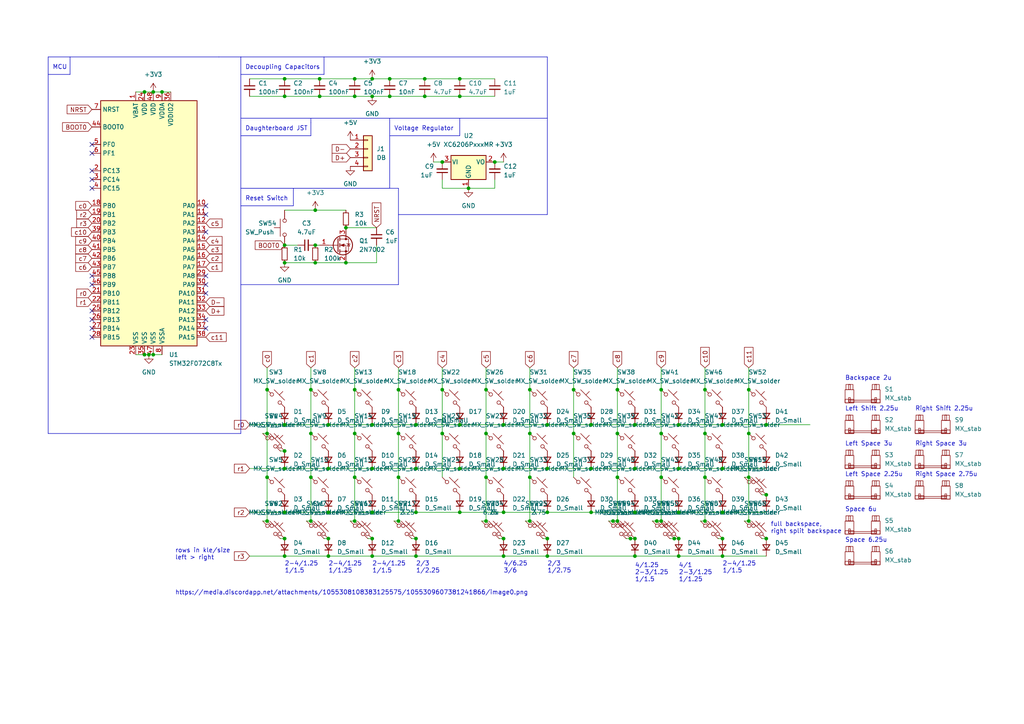
<source format=kicad_sch>
(kicad_sch (version 20221206) (generator eeschema)
  (paper "A4")
  (junction (at 82.55 123.19))
  (junction (at 196.85 161.29))
  (junction (at 82.55 130.81))
  (junction (at 191.77 125.73))
  (junction (at 133.35 148.59))
  (junction (at 43.18 102.87))
  (junction (at 120.65 148.59))
  (junction (at 95.25 156.21))
  (junction (at 92.71 27.94))
  (junction (at 217.17 113.03))
  (junction (at 123.19 27.94))
  (junction (at 82.55 71.12))
  (junction (at 102.87 27.94))
  (junction (at 196.85 156.21))
  (junction (at 82.55 27.94))
  (junction (at 140.97 113.03))
  (junction (at 82.55 148.59))
  (junction (at 204.47 113.03))
  (junction (at 128.27 46.99))
  (junction (at 41.91 26.67))
  (junction (at 102.87 138.43))
  (junction (at 146.05 156.21))
  (junction (at 182.88 156.21))
  (junction (at 179.07 125.73))
  (junction (at 90.17 138.43))
  (junction (at 166.37 113.03))
  (junction (at 184.15 148.59))
  (junction (at 92.71 22.86))
  (junction (at 217.17 151.13))
  (junction (at 146.05 135.89))
  (junction (at 120.65 161.29))
  (junction (at 100.33 66.04))
  (junction (at 115.57 151.13))
  (junction (at 179.07 138.43))
  (junction (at 135.89 54.61))
  (junction (at 140.97 138.43))
  (junction (at 204.47 138.43))
  (junction (at 158.75 135.89))
  (junction (at 209.55 161.29))
  (junction (at 100.33 76.2))
  (junction (at 191.77 113.03))
  (junction (at 44.45 26.67))
  (junction (at 179.07 113.03))
  (junction (at 133.35 123.19))
  (junction (at 91.44 76.2))
  (junction (at 115.57 138.43))
  (junction (at 95.25 161.29))
  (junction (at 153.67 151.13))
  (junction (at 171.45 135.89))
  (junction (at 196.85 123.19))
  (junction (at 191.77 151.13))
  (junction (at 158.75 161.29))
  (junction (at 113.03 27.94))
  (junction (at 191.77 138.43))
  (junction (at 196.85 148.59))
  (junction (at 115.57 125.73))
  (junction (at 222.25 156.21))
  (junction (at 217.17 125.73))
  (junction (at 120.65 123.19))
  (junction (at 133.35 27.94))
  (junction (at 217.17 138.43))
  (junction (at 143.51 46.99))
  (junction (at 133.35 22.86))
  (junction (at 82.55 76.2))
  (junction (at 209.55 156.21))
  (junction (at 158.75 123.19))
  (junction (at 222.25 143.51))
  (junction (at 95.25 123.19))
  (junction (at 107.95 123.19))
  (junction (at 107.95 148.59))
  (junction (at 146.05 161.29))
  (junction (at 177.8 151.13))
  (junction (at 120.65 135.89))
  (junction (at 91.44 71.12))
  (junction (at 95.25 148.59))
  (junction (at 222.25 123.19))
  (junction (at 158.75 148.59))
  (junction (at 102.87 22.86))
  (junction (at 128.27 113.03))
  (junction (at 102.87 125.73))
  (junction (at 41.91 102.87))
  (junction (at 128.27 125.73))
  (junction (at 184.15 161.29))
  (junction (at 153.67 113.03))
  (junction (at 196.85 135.89))
  (junction (at 204.47 151.13))
  (junction (at 179.07 151.13))
  (junction (at 140.97 151.13))
  (junction (at 82.55 161.29))
  (junction (at 133.35 135.89))
  (junction (at 95.25 135.89))
  (junction (at 90.17 113.03))
  (junction (at 184.15 123.19))
  (junction (at 102.87 151.13))
  (junction (at 102.87 113.03))
  (junction (at 158.75 156.21))
  (junction (at 77.47 138.43))
  (junction (at 209.55 135.89))
  (junction (at 204.47 125.73))
  (junction (at 153.67 125.73))
  (junction (at 146.05 148.59))
  (junction (at 184.15 135.89))
  (junction (at 91.44 60.96))
  (junction (at 190.5 151.13))
  (junction (at 153.67 138.43))
  (junction (at 171.45 123.19))
  (junction (at 82.55 22.86))
  (junction (at 209.55 123.19))
  (junction (at 82.55 156.21))
  (junction (at 140.97 125.73))
  (junction (at 46.99 26.67))
  (junction (at 107.95 135.89))
  (junction (at 90.17 125.73))
  (junction (at 90.17 151.13))
  (junction (at 195.58 156.21))
  (junction (at 107.95 27.94))
  (junction (at 171.45 148.59))
  (junction (at 77.47 151.13))
  (junction (at 166.37 125.73))
  (junction (at 82.55 135.89))
  (junction (at 123.19 22.86))
  (junction (at 115.57 113.03))
  (junction (at 44.45 102.87))
  (junction (at 107.95 156.21))
  (junction (at 113.03 22.86))
  (junction (at 184.15 156.21))
  (junction (at 107.95 22.86))
  (junction (at 209.55 148.59))
  (junction (at 146.05 123.19))
  (junction (at 77.47 125.73))
  (junction (at 77.47 113.03))
  (junction (at 107.95 161.29))
  (junction (at 120.65 156.21))
  (no_connect (at 26.67 90.17))
  (no_connect (at 26.67 80.01))
  (no_connect (at 59.69 80.01))
  (no_connect (at 26.67 95.25))
  (no_connect (at 59.69 85.09))
  (no_connect (at 59.69 95.25))
  (no_connect (at 59.69 59.69))
  (no_connect (at 26.67 52.07))
  (no_connect (at 59.69 67.31))
  (no_connect (at 26.67 54.61))
  (no_connect (at 26.67 97.79))
  (no_connect (at 59.69 62.23))
  (no_connect (at 26.67 41.91))
  (no_connect (at 26.67 49.53))
  (no_connect (at 26.67 44.45))
  (no_connect (at 26.67 92.71))
  (no_connect (at 59.69 82.55))
  (no_connect (at 26.67 82.55))
  (no_connect (at 59.69 92.71))
  (wire (pts (xy 100.33 76.2) (xy 109.22 76.2)))
  (wire (pts (xy 208.28 156.21) (xy 209.55 156.21)))
  (polyline (pts (xy 133.35 34.29) (xy 133.35 35.56)))
  (polyline (pts (xy 13.97 125.73) (xy 69.85 125.73)))
  (wire (pts (xy 39.37 102.87) (xy 41.91 102.87)))
  (wire (pts (xy 107.95 135.89) (xy 120.65 135.89)))
  (wire (pts (xy 196.85 135.89) (xy 209.55 135.89)))
  (polyline (pts (xy 90.17 39.37) (xy 90.17 35.56)))
  (wire (pts (xy 194.31 156.21) (xy 195.58 156.21)))
  (polyline (pts (xy 63.5 16.51) (xy 69.85 16.51)))
  (wire (pts (xy 171.45 148.59) (xy 184.15 148.59)))
  (wire (pts (xy 125.73 46.99) (xy 128.27 46.99)))
  (wire (pts (xy 153.67 113.03) (xy 153.67 125.73)))
  (wire (pts (xy 95.25 135.89) (xy 107.95 135.89)))
  (wire (pts (xy 204.47 138.43) (xy 204.47 151.13)))
  (wire (pts (xy 215.9 151.13) (xy 217.17 151.13)))
  (wire (pts (xy 166.37 106.68) (xy 166.37 113.03)))
  (wire (pts (xy 135.89 54.61) (xy 128.27 54.61)))
  (wire (pts (xy 220.98 143.51) (xy 222.25 143.51)))
  (wire (pts (xy 166.37 113.03) (xy 166.37 125.73)))
  (wire (pts (xy 120.65 123.19) (xy 133.35 123.19)))
  (wire (pts (xy 128.27 54.61) (xy 128.27 52.07)))
  (wire (pts (xy 171.45 123.19) (xy 184.15 123.19)))
  (polyline (pts (xy 69.85 21.59) (xy 93.98 21.59)))
  (wire (pts (xy 91.44 71.12) (xy 92.71 71.12)))
  (wire (pts (xy 88.9 151.13) (xy 90.17 151.13)))
  (wire (pts (xy 203.2 151.13) (xy 204.47 151.13)))
  (wire (pts (xy 152.4 151.13) (xy 153.67 151.13)))
  (wire (pts (xy 72.39 22.86) (xy 82.55 22.86)))
  (wire (pts (xy 204.47 106.68) (xy 204.47 113.03)))
  (wire (pts (xy 189.23 151.13) (xy 190.5 151.13)))
  (polyline (pts (xy 158.75 34.29) (xy 69.85 34.29)))
  (wire (pts (xy 113.03 27.94) (xy 123.19 27.94)))
  (wire (pts (xy 146.05 148.59) (xy 158.75 148.59)))
  (wire (pts (xy 90.17 138.43) (xy 90.17 151.13)))
  (wire (pts (xy 90.17 106.68) (xy 90.17 113.03)))
  (wire (pts (xy 158.75 161.29) (xy 184.15 161.29)))
  (polyline (pts (xy 90.17 34.29) (xy 90.17 35.56)))
  (wire (pts (xy 196.85 148.59) (xy 209.55 148.59)))
  (polyline (pts (xy 85.09 59.69) (xy 85.09 54.61)))
  (wire (pts (xy 90.17 113.03) (xy 90.17 125.73)))
  (wire (pts (xy 114.3 151.13) (xy 115.57 151.13)))
  (polyline (pts (xy 93.98 16.51) (xy 93.98 21.59)))
  (wire (pts (xy 179.07 106.68) (xy 179.07 113.03)))
  (polyline (pts (xy 115.57 54.61) (xy 115.57 82.55)))
  (wire (pts (xy 184.15 135.89) (xy 196.85 135.89)))
  (polyline (pts (xy 69.85 39.37) (xy 90.17 39.37)))
  (polyline (pts (xy 13.97 21.59) (xy 20.32 21.59)))
  (wire (pts (xy 77.47 138.43) (xy 77.47 151.13)))
  (wire (pts (xy 92.71 22.86) (xy 102.87 22.86)))
  (wire (pts (xy 107.95 123.19) (xy 120.65 123.19)))
  (polyline (pts (xy 13.97 16.51) (xy 13.97 125.73)))
  (wire (pts (xy 204.47 125.73) (xy 204.47 138.43)))
  (wire (pts (xy 102.87 106.68) (xy 102.87 113.03)))
  (wire (pts (xy 196.85 161.29) (xy 209.55 161.29)))
  (wire (pts (xy 146.05 135.89) (xy 158.75 135.89)))
  (wire (pts (xy 82.55 148.59) (xy 95.25 148.59)))
  (wire (pts (xy 179.07 125.73) (xy 179.07 138.43)))
  (wire (pts (xy 133.35 22.86) (xy 143.51 22.86)))
  (wire (pts (xy 44.45 102.87) (xy 46.99 102.87)))
  (wire (pts (xy 82.55 71.12) (xy 86.36 71.12)))
  (wire (pts (xy 91.44 76.2) (xy 100.33 76.2)))
  (polyline (pts (xy 63.5 16.51) (xy 13.97 16.51)))
  (wire (pts (xy 113.03 22.86) (xy 123.19 22.86)))
  (polyline (pts (xy 20.32 16.51) (xy 20.32 21.59)))
  (wire (pts (xy 120.65 148.59) (xy 133.35 148.59)))
  (wire (pts (xy 128.27 125.73) (xy 128.27 138.43)))
  (wire (pts (xy 140.97 106.68) (xy 140.97 113.03)))
  (wire (pts (xy 171.45 135.89) (xy 184.15 135.89)))
  (wire (pts (xy 72.39 161.29) (xy 82.55 161.29)))
  (wire (pts (xy 123.19 22.86) (xy 133.35 22.86)))
  (wire (pts (xy 102.87 125.73) (xy 102.87 138.43)))
  (wire (pts (xy 102.87 138.43) (xy 102.87 151.13)))
  (polyline (pts (xy 69.85 125.73) (xy 69.85 16.51)))
  (wire (pts (xy 153.67 138.43) (xy 153.67 151.13)))
  (wire (pts (xy 81.28 156.21) (xy 82.55 156.21)))
  (wire (pts (xy 95.25 161.29) (xy 107.95 161.29)))
  (wire (pts (xy 217.17 138.43) (xy 217.17 151.13)))
  (wire (pts (xy 209.55 123.19) (xy 222.25 123.19)))
  (wire (pts (xy 157.48 156.21) (xy 158.75 156.21)))
  (wire (pts (xy 222.25 123.19) (xy 234.95 123.19)))
  (wire (pts (xy 115.57 125.73) (xy 115.57 138.43)))
  (wire (pts (xy 209.55 161.29) (xy 222.25 161.29)))
  (wire (pts (xy 44.45 26.67) (xy 46.99 26.67)))
  (wire (pts (xy 128.27 113.03) (xy 128.27 125.73)))
  (wire (pts (xy 72.39 135.89) (xy 82.55 135.89)))
  (wire (pts (xy 102.87 113.03) (xy 102.87 125.73)))
  (wire (pts (xy 100.33 66.04) (xy 109.22 66.04)))
  (wire (pts (xy 143.51 54.61) (xy 135.89 54.61)))
  (wire (pts (xy 115.57 106.68) (xy 115.57 113.03)))
  (polyline (pts (xy 113.03 54.61) (xy 113.03 35.56)))
  (wire (pts (xy 133.35 148.59) (xy 146.05 148.59)))
  (wire (pts (xy 181.61 156.21) (xy 182.88 156.21)))
  (wire (pts (xy 115.57 113.03) (xy 115.57 125.73)))
  (wire (pts (xy 82.55 135.89) (xy 95.25 135.89)))
  (polyline (pts (xy 158.75 34.29) (xy 158.75 62.23)))
  (polyline (pts (xy 113.03 39.37) (xy 133.35 39.37)))
  (wire (pts (xy 146.05 123.19) (xy 158.75 123.19)))
  (wire (pts (xy 90.17 125.73) (xy 90.17 138.43)))
  (wire (pts (xy 43.18 102.87) (xy 44.45 102.87)))
  (polyline (pts (xy 69.85 54.61) (xy 113.03 54.61)))
  (wire (pts (xy 107.95 148.59) (xy 120.65 148.59)))
  (wire (pts (xy 139.7 151.13) (xy 140.97 151.13)))
  (wire (pts (xy 82.55 161.29) (xy 95.25 161.29)))
  (wire (pts (xy 143.51 52.07) (xy 143.51 54.61)))
  (polyline (pts (xy 113.03 34.29) (xy 113.03 35.56)))
  (wire (pts (xy 215.9 138.43) (xy 217.17 138.43)))
  (wire (pts (xy 182.88 156.21) (xy 184.15 156.21)))
  (wire (pts (xy 196.85 123.19) (xy 209.55 123.19)))
  (wire (pts (xy 158.75 135.89) (xy 171.45 135.89)))
  (wire (pts (xy 92.71 27.94) (xy 102.87 27.94)))
  (wire (pts (xy 107.95 22.86) (xy 113.03 22.86)))
  (polyline (pts (xy 69.85 16.51) (xy 158.75 16.51)))
  (wire (pts (xy 46.99 26.67) (xy 49.53 26.67)))
  (wire (pts (xy 133.35 27.94) (xy 143.51 27.94)))
  (wire (pts (xy 143.51 46.99) (xy 146.05 46.99)))
  (wire (pts (xy 190.5 151.13) (xy 191.77 151.13)))
  (wire (pts (xy 217.17 125.73) (xy 217.17 138.43)))
  (wire (pts (xy 120.65 135.89) (xy 133.35 135.89)))
  (wire (pts (xy 191.77 113.03) (xy 191.77 125.73)))
  (wire (pts (xy 176.53 151.13) (xy 177.8 151.13)))
  (wire (pts (xy 107.95 27.94) (xy 113.03 27.94)))
  (wire (pts (xy 184.15 123.19) (xy 196.85 123.19)))
  (wire (pts (xy 140.97 113.03) (xy 140.97 125.73)))
  (wire (pts (xy 41.91 26.67) (xy 44.45 26.67)))
  (wire (pts (xy 158.75 148.59) (xy 171.45 148.59)))
  (polyline (pts (xy 69.85 82.55) (xy 115.57 82.55)))
  (wire (pts (xy 120.65 161.29) (xy 146.05 161.29)))
  (wire (pts (xy 81.28 130.81) (xy 82.55 130.81)))
  (polyline (pts (xy 158.75 16.51) (xy 158.75 34.29)))
  (wire (pts (xy 101.6 151.13) (xy 102.87 151.13)))
  (wire (pts (xy 146.05 161.29) (xy 158.75 161.29)))
  (wire (pts (xy 128.27 106.68) (xy 128.27 113.03)))
  (wire (pts (xy 209.55 148.59) (xy 222.25 148.59)))
  (wire (pts (xy 91.44 60.96) (xy 82.55 60.96)))
  (wire (pts (xy 204.47 113.03) (xy 204.47 125.73)))
  (wire (pts (xy 82.55 76.2) (xy 91.44 76.2)))
  (wire (pts (xy 195.58 156.21) (xy 196.85 156.21)))
  (wire (pts (xy 82.55 27.94) (xy 92.71 27.94)))
  (wire (pts (xy 107.95 161.29) (xy 120.65 161.29)))
  (wire (pts (xy 179.07 138.43) (xy 179.07 151.13)))
  (wire (pts (xy 106.68 156.21) (xy 107.95 156.21)))
  (polyline (pts (xy 115.57 54.61) (xy 69.85 54.61)))
  (wire (pts (xy 109.22 76.2) (xy 109.22 71.12)))
  (wire (pts (xy 209.55 135.89) (xy 222.25 135.89)))
  (wire (pts (xy 102.87 22.86) (xy 107.95 22.86)))
  (wire (pts (xy 140.97 125.73) (xy 140.97 138.43)))
  (wire (pts (xy 72.39 27.94) (xy 82.55 27.94)))
  (wire (pts (xy 123.19 27.94) (xy 133.35 27.94)))
  (wire (pts (xy 82.55 123.19) (xy 95.25 123.19)))
  (wire (pts (xy 102.87 27.94) (xy 107.95 27.94)))
  (wire (pts (xy 191.77 138.43) (xy 191.77 151.13)))
  (wire (pts (xy 41.91 102.87) (xy 43.18 102.87)))
  (wire (pts (xy 153.67 106.68) (xy 153.67 113.03)))
  (wire (pts (xy 93.98 156.21) (xy 95.25 156.21)))
  (wire (pts (xy 217.17 113.03) (xy 217.17 125.73)))
  (wire (pts (xy 39.37 26.67) (xy 41.91 26.67)))
  (wire (pts (xy 166.37 125.73) (xy 166.37 138.43)))
  (wire (pts (xy 191.77 125.73) (xy 191.77 138.43)))
  (wire (pts (xy 158.75 123.19) (xy 171.45 123.19)))
  (wire (pts (xy 184.15 148.59) (xy 196.85 148.59)))
  (wire (pts (xy 95.25 123.19) (xy 107.95 123.19)))
  (wire (pts (xy 140.97 138.43) (xy 140.97 151.13)))
  (wire (pts (xy 177.8 151.13) (xy 179.07 151.13)))
  (wire (pts (xy 72.39 148.59) (xy 82.55 148.59)))
  (wire (pts (xy 119.38 156.21) (xy 120.65 156.21)))
  (polyline (pts (xy 69.85 59.69) (xy 85.09 59.69)))
  (wire (pts (xy 72.39 123.19) (xy 82.55 123.19)))
  (wire (pts (xy 91.44 60.96) (xy 100.33 60.96)))
  (wire (pts (xy 76.2 151.13) (xy 77.47 151.13)))
  (wire (pts (xy 184.15 161.29) (xy 196.85 161.29)))
  (polyline (pts (xy 158.75 62.23) (xy 115.57 62.23)))
  (wire (pts (xy 133.35 123.19) (xy 146.05 123.19)))
  (wire (pts (xy 191.77 106.68) (xy 191.77 113.03)))
  (wire (pts (xy 82.55 22.86) (xy 92.71 22.86)))
  (wire (pts (xy 217.17 106.68) (xy 217.17 113.03)))
  (wire (pts (xy 95.25 148.59) (xy 107.95 148.59)))
  (wire (pts (xy 115.57 138.43) (xy 115.57 151.13)))
  (wire (pts (xy 77.47 125.73) (xy 77.47 138.43)))
  (wire (pts (xy 77.47 113.03) (xy 77.47 125.73)))
  (wire (pts (xy 133.35 135.89) (xy 146.05 135.89)))
  (wire (pts (xy 144.78 156.21) (xy 146.05 156.21)))
  (polyline (pts (xy 133.35 39.37) (xy 133.35 35.56)))
  (wire (pts (xy 153.67 125.73) (xy 153.67 138.43)))
  (wire (pts (xy 179.07 113.03) (xy 179.07 125.73)))
  (wire (pts (xy 76.2 125.73) (xy 77.47 125.73)))
  (wire (pts (xy 220.98 156.21) (xy 222.25 156.21)))
  (wire (pts (xy 77.47 106.68) (xy 77.47 113.03)))
  (text "Backspace 2u\n" (at 245.11 110.49 0) (effects (font (size 1.27 1.27)) (justify left bottom)))
  (text "https://media.discordapp.net/attachments/1055308108383125575/1055309607381241866/image0.png" (at 50.8 172.72 0) (effects (font (size 1.27 1.27)) (justify left bottom)))
  (text "2-4/1.25\n1/1.5" (at 209.55 166.37 0) (effects (font (size 1.27 1.27)) (justify left bottom)))
  (text "Daughterboard JST\n" (at 71.12 38.1 0) (effects (font (size 1.27 1.27)) (justify left bottom)))
  (text "Left Space 3u" (at 245.11 129.54 0) (effects (font (size 1.27 1.27)) (justify left bottom)))
  (text "2-4/1.25\n1/1.5" (at 107.95 166.37 0) (effects (font (size 1.27 1.27)) (justify left bottom)))
  (text "4/1.25\n2-3/1.25\n1/1.5" (at 184.15 168.91 0) (effects (font (size 1.27 1.27)) (justify left bottom)))
  (text "full backspace, \nright split backspace" (at 223.52 154.94 0) (effects (font (size 1.27 1.27)) (justify left bottom)))
  (text "Voltage Regulator" (at 114.3 38.1 0) (effects (font (size 1.27 1.27)) (justify left bottom)))
  (text "2-4/1.25\n1/1.25" (at 95.25 166.37 0) (effects (font (size 1.27 1.27)) (justify left bottom)))
  (text "Decoupling Capacitors\n" (at 71.12 20.32 0) (effects (font (size 1.27 1.27)) (justify left bottom)))
  (text "Right Shift 2.25u\n" (at 265.43 119.38 0) (effects (font (size 1.27 1.27)) (justify left bottom)))
  (text "2/3\n1/2.75" (at 158.75 166.37 0) (effects (font (size 1.27 1.27)) (justify left bottom)))
  (text "rows in kle/size\nleft > right" (at 50.8 162.56 0) (effects (font (size 1.27 1.27)) (justify left bottom)))
  (text "Right Space 3u\n" (at 265.43 129.54 0) (effects (font (size 1.27 1.27)) (justify left bottom)))
  (text "Space 6.25u" (at 245.11 157.48 0) (effects (font (size 1.27 1.27)) (justify left bottom)))
  (text "2/3\n1/2.25" (at 120.65 166.37 0) (effects (font (size 1.27 1.27)) (justify left bottom)))
  (text "Reset Switch" (at 71.12 58.42 0) (effects (font (size 1.27 1.27)) (justify left bottom)))
  (text "4/1\n2-3/1.25\n1/1.25" (at 196.85 168.91 0) (effects (font (size 1.27 1.27)) (justify left bottom)))
  (text "Space 6u" (at 245.11 148.59 0) (effects (font (size 1.27 1.27)) (justify left bottom)))
  (text "Left Shift 2.25u\n" (at 245.11 119.38 0) (effects (font (size 1.27 1.27)) (justify left bottom)))
  (text "4/6.25\n3/6\n" (at 146.05 166.37 0) (effects (font (size 1.27 1.27)) (justify left bottom)))
  (text "2-4/1.25\n1/1.5" (at 82.55 166.37 0) (effects (font (size 1.27 1.27)) (justify left bottom)))
  (text "Right Space 2.75u\n" (at 265.43 138.43 0) (effects (font (size 1.27 1.27)) (justify left bottom)))
  (text "MCU" (at 15.24 20.32 0) (effects (font (size 1.27 1.27)) (justify left bottom)))
  (text "Left Space 2.25u\n" (at 245.11 138.43 0) (effects (font (size 1.27 1.27)) (justify left bottom)))
  (global_label "r0" (shape input) (at 26.67 85.09 180) (property "Intersheetrefs" "${INTERSHEET_REFS}" (effects hide)))
  (global_label "c7" (shape input) (at 166.37 106.68 90) (property "Intersheetrefs" "${INTERSHEET_REFS}" (effects hide)))
  (global_label "r1" (shape input) (at 26.67 87.63 180) (property "Intersheetrefs" "${INTERSHEET_REFS}" (effects hide)))
  (global_label "c4" (shape input) (at 59.69 69.85 0) (property "Intersheetrefs" "${INTERSHEET_REFS}" (effects hide)))
  (global_label "r1" (shape input) (at 72.39 135.89 180) (property "Intersheetrefs" "${INTERSHEET_REFS}" (effects hide)))
  (global_label "c1" (shape input) (at 90.17 106.68 90) (property "Intersheetrefs" "${INTERSHEET_REFS}" (effects hide)))
  (global_label "BOOT0" (shape input) (at 26.67 36.83 180) (property "Intersheetrefs" "${INTERSHEET_REFS}" (effects hide)))
  (global_label "c6" (shape input) (at 26.67 77.47 180) (property "Intersheetrefs" "${INTERSHEET_REFS}" (effects hide)))
  (global_label "NRST" (shape input) (at 109.22 66.04 90) (property "Intersheetrefs" "${INTERSHEET_REFS}" (effects hide)))
  (global_label "c8" (shape input) (at 26.67 72.39 180) (property "Intersheetrefs" "${INTERSHEET_REFS}" (effects hide)))
  (global_label "c0" (shape input) (at 77.47 106.68 90) (property "Intersheetrefs" "${INTERSHEET_REFS}" (effects hide)))
  (global_label "r2" (shape input) (at 72.39 148.59 180) (property "Intersheetrefs" "${INTERSHEET_REFS}" (effects hide)))
  (global_label "c2" (shape input) (at 59.69 74.93 0) (property "Intersheetrefs" "${INTERSHEET_REFS}" (effects hide)))
  (global_label "D+" (shape input) (at 59.69 90.17 0) (property "Intersheetrefs" "${INTERSHEET_REFS}" (effects hide)))
  (global_label "c3" (shape input) (at 115.57 106.68 90) (property "Intersheetrefs" "${INTERSHEET_REFS}" (effects hide)))
  (global_label "r3" (shape input) (at 26.67 64.77 180) (property "Intersheetrefs" "${INTERSHEET_REFS}" (effects hide)))
  (global_label "c10" (shape input) (at 204.47 106.68 90) (property "Intersheetrefs" "${INTERSHEET_REFS}" (effects hide)))
  (global_label "c0" (shape input) (at 26.67 59.69 180) (property "Intersheetrefs" "${INTERSHEET_REFS}" (effects hide)))
  (global_label "c9" (shape input) (at 26.67 69.85 180) (property "Intersheetrefs" "${INTERSHEET_REFS}" (effects hide)))
  (global_label "c2" (shape input) (at 102.87 106.68 90) (property "Intersheetrefs" "${INTERSHEET_REFS}" (effects hide)))
  (global_label "r3" (shape input) (at 72.39 161.29 180) (property "Intersheetrefs" "${INTERSHEET_REFS}" (effects hide)))
  (global_label "c11" (shape input) (at 217.17 106.68 90) (property "Intersheetrefs" "${INTERSHEET_REFS}" (effects hide)))
  (global_label "D+" (shape input) (at 101.6 45.72 180) (property "Intersheetrefs" "${INTERSHEET_REFS}" (effects hide)))
  (global_label "D-" (shape input) (at 59.69 87.63 0) (property "Intersheetrefs" "${INTERSHEET_REFS}" (effects hide)))
  (global_label "BOOT0" (shape input) (at 82.55 71.12 180) (property "Intersheetrefs" "${INTERSHEET_REFS}" (effects hide)))
  (global_label "c3" (shape input) (at 59.69 72.39 0) (property "Intersheetrefs" "${INTERSHEET_REFS}" (effects hide)))
  (global_label "c11" (shape input) (at 59.69 97.79 0) (property "Intersheetrefs" "${INTERSHEET_REFS}" (effects hide)))
  (global_label "c7" (shape input) (at 26.67 74.93 180) (property "Intersheetrefs" "${INTERSHEET_REFS}" (effects hide)))
  (global_label "c4" (shape input) (at 128.27 106.68 90) (property "Intersheetrefs" "${INTERSHEET_REFS}" (effects hide)))
  (global_label "c9" (shape input) (at 191.77 106.68 90) (property "Intersheetrefs" "${INTERSHEET_REFS}" (effects hide)))
  (global_label "c5" (shape input) (at 140.97 106.68 90) (property "Intersheetrefs" "${INTERSHEET_REFS}" (effects hide)))
  (global_label "r2" (shape input) (at 26.67 62.23 180) (property "Intersheetrefs" "${INTERSHEET_REFS}" (effects hide)))
  (global_label "c8" (shape input) (at 179.07 106.68 90) (property "Intersheetrefs" "${INTERSHEET_REFS}" (effects hide)))
  (global_label "c5" (shape input) (at 59.69 64.77 0) (property "Intersheetrefs" "${INTERSHEET_REFS}" (effects hide)))
  (global_label "NRST" (shape input) (at 26.67 31.75 180) (property "Intersheetrefs" "${INTERSHEET_REFS}" (effects hide)))
  (global_label "c10" (shape input) (at 26.67 67.31 180) (property "Intersheetrefs" "${INTERSHEET_REFS}" (effects hide)))
  (global_label "c6" (shape input) (at 153.67 106.68 90) (property "Intersheetrefs" "${INTERSHEET_REFS}" (effects hide)))
  (global_label "c1" (shape input) (at 59.69 77.47 0) (property "Intersheetrefs" "${INTERSHEET_REFS}" (effects hide)))
  (global_label "r0" (shape input) (at 72.39 123.19 180) (property "Intersheetrefs" "${INTERSHEET_REFS}" (effects hide)))
  (global_label "D-" (shape input) (at 101.6 43.18 180) (property "Intersheetrefs" "${INTERSHEET_REFS}" (effects hide)))
  (symbol (lib_id "Device:C_Small") (at 109.22 68.58 0) (unit 1)
    (property "Reference" "C6" (at 111.76 67.3162 0) (effects (justify left)))
    (property "Value" "1uF" (at 111.76 69.8562 0) (effects (justify left)))
    (property "Footprint" "Capacitor_SMD:C_0402_1005Metric" (effects hide))
  )
  (symbol (lib_id "Device:C_Small") (at 102.87 25.4 0) (unit 1)
    (property "Reference" "C5" (at 105.41 24.1362 0) (effects (justify left)))
    (property "Value" "100nF" (at 105.41 26.6762 0) (effects (justify left)))
    (property "Footprint" "Capacitor_SMD:C_0402_1005Metric" (effects hide))
  )
  (symbol (lib_id "marbastlib-mx:MX_SW_solder") (at 92.71 153.67 0) (unit 1)
    (property "Reference" "SW7" (at 92.71 146.05 0))
    (property "Value" "MX_SW_solder" (at 92.71 148.59 0))
    (property "Footprint" "marbastlib-mx:SW_MX_1.25u" (effects hide))
  )
  (symbol (lib_id "Device:D_Small") (at 158.75 146.05 90) (unit 1)
    (property "Reference" "D26" (at 161.29 144.7799 90) (effects (justify right)))
    (property "Value" "D_Small" (at 161.29 147.3199 90) (effects (justify right)))
    (property "Footprint" "Diode_SMD:D_SOD-123" (effects hide))
  )
  (symbol (lib_id "marbastlib-mx:MX_stab") (at 270.51 133.35 0) (unit 1)
    (property "Reference" "S7" (at 276.86 131.9529 0) (effects (justify left)))
    (property "Value" "MX_stab" (at 276.86 134.4929 0) (effects (justify left)))
    (property "Footprint" "marbastlib-mx:STAB_MX_P_3u" (effects hide))
  )
  (symbol (lib_id "marbastlib-mx:MX_SW_solder") (at 92.71 140.97 0) (unit 1)
    (property "Reference" "SW10" (at 92.71 133.35 0))
    (property "Value" "MX_SW_solder" (at 92.71 135.89 0))
    (property "Footprint" "marbastlib-mx:SW_MX_1u" (effects hide))
  )
  (symbol (lib_id "Device:D_Small") (at 107.95 133.35 90) (unit 1)
    (property "Reference" "D10" (at 110.49 132.0799 90) (effects (justify right)))
    (property "Value" "D_Small" (at 110.49 134.6199 90) (effects (justify right)))
    (property "Footprint" "Diode_SMD:D_SOD-123" (effects hide))
  )
  (symbol (lib_id "marbastlib-mx:MX_SW_solder") (at 80.01 115.57 0) (unit 1)
    (property "Reference" "SW3" (at 80.01 107.95 0))
    (property "Value" "MX_SW_solder" (at 80.01 110.49 0))
    (property "Footprint" "marbastlib-mx:SW_MX_1.5u" (effects hide))
  )
  (symbol (lib_id "marbastlib-mx:MX_SW_solder") (at 218.44 140.97 0) (unit 1)
    (property "Reference" "SW61" (at 218.44 133.35 0))
    (property "Value" "MX_SW_solder" (at 218.44 135.89 0))
    (property "Footprint" "marbastlib-mx:SW_MX_1u" (effects hide))
  )
  (symbol (lib_id "Device:D_Small") (at 171.45 120.65 90) (unit 1)
    (property "Reference" "D28" (at 173.99 119.3799 90) (effects (justify right)))
    (property "Value" "D_Small" (at 173.99 121.9199 90) (effects (justify right)))
    (property "Footprint" "Diode_SMD:D_SOD-123" (effects hide))
  )
  (symbol (lib_id "marbastlib-mx:MX_SW_solder") (at 143.51 115.57 0) (unit 1)
    (property "Reference" "SW26" (at 143.51 107.95 0))
    (property "Value" "MX_SW_solder" (at 143.51 110.49 0))
    (property "Footprint" "marbastlib-mx:SW_MX_1u" (effects hide))
  )
  (symbol (lib_id "power:+3V3") (at 91.44 60.96 0) (unit 1)
    (property "Reference" "#PWR0103" (effects hide))
    (property "Value" "+3V3" (at 91.44 55.88 0))
  )
  (symbol (lib_id "marbastlib-mx:MX_stab") (at 250.19 114.3 0) (unit 1)
    (property "Reference" "S1" (at 256.54 112.9029 0) (effects (justify left)))
    (property "Value" "MX_stab" (at 256.54 115.4429 0) (effects (justify left)))
    (property "Footprint" "marbastlib-mx:STAB_MX_P_2u" (effects hide))
  )
  (symbol (lib_id "Switch:SW_Push") (at 82.55 66.04 90) (unit 1)
    (property "Reference" "SW54" (at 74.93 64.77 90) (effects (justify right)))
    (property "Value" "SW_Push" (at 71.12 67.31 90) (effects (justify right)))
    (property "Footprint" "Button_Switch_SMD:SW_SPST_TL3342" (effects hide))
  )
  (symbol (lib_id "Device:D_Small") (at 146.05 133.35 90) (unit 1)
    (property "Reference" "D21" (at 148.59 132.0799 90) (effects (justify right)))
    (property "Value" "D_Small" (at 148.59 134.6199 90) (effects (justify right)))
    (property "Footprint" "Diode_SMD:D_SOD-123" (effects hide))
  )
  (symbol (lib_id "marbastlib-mx:MX_SW_solder") (at 194.31 128.27 0) (unit 1)
    (property "Reference" "SW42" (at 194.31 120.65 0))
    (property "Value" "MX_SW_solder" (at 194.31 123.19 0))
    (property "Footprint" "marbastlib-mx:SW_MX_1u" (effects hide))
  )
  (symbol (lib_id "marbastlib-mx:MX_SW_solder") (at 218.44 153.67 0) (unit 1)
    (property "Reference" "SW56" (at 218.44 146.05 0))
    (property "Value" "MX_SW_solder" (at 218.44 148.59 0))
    (property "Footprint" "marbastlib-mx:SW_MX_1u" (effects hide))
  )
  (symbol (lib_id "marbastlib-mx:MX_SW_solder") (at 105.41 115.57 0) (unit 1)
    (property "Reference" "SW13" (at 105.41 107.95 0))
    (property "Value" "MX_SW_solder" (at 105.41 110.49 0))
    (property "Footprint" "marbastlib-mx:SW_MX_1u" (effects hide))
  )
  (symbol (lib_id "Device:D_Small") (at 107.95 158.75 90) (unit 1)
    (property "Reference" "D12" (at 110.49 157.4799 90) (effects (justify right)))
    (property "Value" "D_Small" (at 110.49 160.0199 90) (effects (justify right)))
    (property "Footprint" "Diode_SMD:D_SOD-123" (effects hide))
  )
  (symbol (lib_id "marbastlib-mx:MX_SW_solder") (at 181.61 140.97 0) (unit 1)
    (property "Reference" "SW40" (at 181.61 133.35 0))
    (property "Value" "MX_SW_solder" (at 181.61 135.89 0))
    (property "Footprint" "marbastlib-mx:SW_MX_1u" (effects hide))
  )
  (symbol (lib_id "Connector_Generic:Conn_01x04") (at 106.68 43.18 0) (unit 1)
    (property "Reference" "J1" (at 109.22 43.1799 0) (effects (justify left)))
    (property "Value" "DB" (at 109.22 45.7199 0) (effects (justify left)))
    (property "Footprint" "Connector_JST:JST_SH_SM04B-SRSS-TB_1x04-1MP_P1.00mm_Horizontal" (effects hide))
  )
  (symbol (lib_id "marbastlib-mx:MX_SW_solder") (at 80.01 128.27 0) (unit 1)
    (property "Reference" "SW4" (at 80.01 120.65 0))
    (property "Value" "MX_SW_solder" (at 80.01 123.19 0))
    (property "Footprint" "marbastlib-mx:SW_MX_1.75u_stp" (effects hide))
  )
  (symbol (lib_id "Device:D_Small") (at 209.55 133.35 90) (unit 1)
    (property "Reference" "D38" (at 212.09 132.0799 90) (effects (justify right)))
    (property "Value" "D_Small" (at 212.09 134.6199 90) (effects (justify right)))
    (property "Footprint" "Diode_SMD:D_SOD-123" (effects hide))
  )
  (symbol (lib_id "Device:D_Small") (at 133.35 120.65 90) (unit 1)
    (property "Reference" "D17" (at 135.89 119.3799 90) (effects (justify right)))
    (property "Value" "D_Small" (at 135.89 121.9199 90) (effects (justify left)))
    (property "Footprint" "Diode_SMD:D_SOD-123" (effects hide))
  )
  (symbol (lib_id "marbastlib-mx:MX_SW_solder") (at 105.41 128.27 0) (unit 1)
    (property "Reference" "SW14" (at 105.41 120.65 0))
    (property "Value" "MX_SW_solder" (at 105.41 123.19 0))
    (property "Footprint" "marbastlib-mx:SW_MX_1u" (effects hide))
  )
  (symbol (lib_id "Device:D_Small") (at 95.25 133.35 90) (unit 1)
    (property "Reference" "D6" (at 97.79 132.0799 90) (effects (justify right)))
    (property "Value" "D_Small" (at 97.79 134.6199 90) (effects (justify right)))
    (property "Footprint" "Diode_SMD:D_SOD-123" (effects hide))
  )
  (symbol (lib_id "marbastlib-mx:MX_stab") (at 270.51 123.19 0) (unit 1)
    (property "Reference" "S9" (at 276.86 121.7929 0) (effects (justify left)))
    (property "Value" "MX_stab" (at 276.86 124.3329 0) (effects (justify left)))
    (property "Footprint" "marbastlib-mx:STAB_MX_P_2.25u" (effects hide))
  )
  (symbol (lib_id "Device:C_Small") (at 143.51 49.53 180) (unit 1)
    (property "Reference" "C12" (at 146.05 48.2535 0) (effects (justify right)))
    (property "Value" "1uF" (at 146.05 50.7935 0) (effects (justify right)))
    (property "Footprint" "Capacitor_SMD:C_0402_1005Metric" (effects hide))
  )
  (symbol (lib_id "Device:D_Small") (at 120.65 120.65 90) (unit 1)
    (property "Reference" "D13" (at 123.19 119.3799 90) (effects (justify right)))
    (property "Value" "D_Small" (at 123.19 121.9199 90) (effects (justify right)))
    (property "Footprint" "Diode_SMD:D_SOD-123" (effects hide))
  )
  (symbol (lib_id "Device:D_Small") (at 184.15 133.35 90) (unit 1)
    (property "Reference" "D32" (at 186.69 132.0799 90) (effects (justify right)))
    (property "Value" "D_Small" (at 186.69 134.6199 90) (effects (justify right)))
    (property "Footprint" "Diode_SMD:D_SOD-123" (effects hide))
  )
  (symbol (lib_id "power:GND") (at 107.95 27.94 0) (unit 1)
    (property "Reference" "#PWR0106" (effects hide))
    (property "Value" "GND" (at 107.95 33.02 0))
  )
  (symbol (lib_id "Device:D_Small") (at 222.25 120.65 90) (unit 1)
    (property "Reference" "D41" (at 224.79 119.3799 90) (effects (justify right)))
    (property "Value" "D_Small" (at 224.79 121.9199 90) (effects (justify right)))
    (property "Footprint" "Diode_SMD:D_SOD-123" (effects hide))
  )
  (symbol (lib_id "Device:D_Small") (at 82.55 158.75 90) (unit 1)
    (property "Reference" "D4" (at 85.09 157.4799 90) (effects (justify right)))
    (property "Value" "D_Small" (at 85.09 160.0199 90) (effects (justify right)))
    (property "Footprint" "Diode_SMD:D_SOD-123" (effects hide))
  )
  (symbol (lib_id "Device:D_Small") (at 146.05 158.75 90) (unit 1)
    (property "Reference" "D23" (at 148.59 157.4799 90) (effects (justify right)))
    (property "Value" "D_Small" (at 148.59 160.0199 90) (effects (justify right)))
    (property "Footprint" "Diode_SMD:D_SOD-123" (effects hide))
  )
  (symbol (lib_id "marbastlib-mx:MX_SW_solder") (at 78.74 128.27 0) (unit 1)
    (property "Reference" "SW1" (at 78.74 120.65 0))
    (property "Value" "MX_SW_solder" (at 78.74 123.19 0))
    (property "Footprint" "marbastlib-mx:SW_MX_1.75u" (effects hide))
  )
  (symbol (lib_id "Device:D_Small") (at 158.75 120.65 90) (unit 1)
    (property "Reference" "D24" (at 161.29 119.3799 90) (effects (justify right)))
    (property "Value" "D_Small" (at 161.29 121.9199 90) (effects (justify right)))
    (property "Footprint" "Diode_SMD:D_SOD-123" (effects hide))
  )
  (symbol (lib_id "marbastlib-mx:MX_SW_solder") (at 179.07 153.67 0) (unit 1)
    (property "Reference" "SW45" (at 179.07 146.05 0))
    (property "Value" "MX_SW_solder" (at 179.07 148.59 0))
    (property "Footprint" "marbastlib-mx:SW_MX_1.25u" (effects hide))
  )
  (symbol (lib_id "Regulator_Linear:XC6206PxxxMR") (at 135.89 46.99 0) (unit 1)
    (property "Reference" "U2" (at 135.89 39.37 0))
    (property "Value" "XC6206PxxxMR" (at 135.89 41.91 0))
    (property "Footprint" "Package_TO_SOT_SMD:SOT-23" (effects hide))
    (property "Datasheet" "https://www.torexsemi.com/file/xc6206/XC6206.pdf" (effects hide))
  )
  (symbol (lib_id "Device:R_Small") (at 91.44 73.66 0) (unit 1)
    (property "Reference" "R2" (at 93.98 72.3899 0) (effects (justify left)))
    (property "Value" "100k" (at 93.98 74.9299 0) (effects (justify left)))
    (property "Footprint" "Resistor_SMD:R_0402_1005Metric" (effects hide))
  )
  (symbol (lib_id "Device:D_Small") (at 120.65 133.35 90) (unit 1)
    (property "Reference" "D14" (at 123.19 132.0799 90) (effects (justify right)))
    (property "Value" "D_Small" (at 123.19 134.6199 90) (effects (justify right)))
    (property "Footprint" "Diode_SMD:D_SOD-123" (effects hide))
  )
  (symbol (lib_id "Device:D_Small") (at 95.25 146.05 90) (unit 1)
    (property "Reference" "D7" (at 97.79 144.7799 90) (effects (justify right)))
    (property "Value" "D_Small" (at 97.79 147.3199 90) (effects (justify right)))
    (property "Footprint" "Diode_SMD:D_SOD-123" (effects hide))
  )
  (symbol (lib_id "marbastlib-mx:MX_stab") (at 250.19 161.29 0) (unit 1)
    (property "Reference" "S6" (at 256.54 159.8929 0) (effects (justify left)))
    (property "Value" "MX_stab" (at 256.54 162.4329 0) (effects (justify left)))
    (property "Footprint" "marbastlib-mx:STAB_MX_6.25u" (effects hide))
  )
  (symbol (lib_id "Device:D_Small") (at 120.65 146.05 90) (unit 1)
    (property "Reference" "D15" (at 123.19 144.7799 90) (effects (justify right)))
    (property "Value" "D_Small" (at 123.19 147.3199 90) (effects (justify right)))
    (property "Footprint" "Diode_SMD:D_SOD-123" (effects hide))
  )
  (symbol (lib_id "Device:C_Small") (at 128.27 49.53 180) (unit 1)
    (property "Reference" "C9" (at 123.19 48.26 0) (effects (justify right)))
    (property "Value" "1uF" (at 121.92 50.8 0) (effects (justify right)))
    (property "Footprint" "Capacitor_SMD:C_0402_1005Metric" (effects hide))
  )
  (symbol (lib_id "Device:C_Small") (at 82.55 25.4 0) (unit 1)
    (property "Reference" "C2" (at 85.09 24.1362 0) (effects (justify left)))
    (property "Value" "100nF" (at 85.09 26.6762 0) (effects (justify left)))
    (property "Footprint" "Capacitor_SMD:C_0402_1005Metric" (effects hide))
  )
  (symbol (lib_id "marbastlib-mx:MX_SW_solder") (at 180.34 153.67 0) (unit 1)
    (property "Reference" "SW49" (at 180.34 146.05 0))
    (property "Value" "MX_SW_solder" (at 180.34 148.59 0))
    (property "Footprint" "marbastlib-mx:SW_MX_1.25u" (effects hide))
  )
  (symbol (lib_id "marbastlib-mx:MX_stab") (at 250.19 123.19 0) (unit 1)
    (property "Reference" "S2" (at 256.54 121.7929 0) (effects (justify left)))
    (property "Value" "MX_stab" (at 256.54 124.3329 0) (effects (justify left)))
    (property "Footprint" "marbastlib-mx:STAB_MX_P_2.25u" (effects hide))
  )
  (symbol (lib_id "marbastlib-mx:MX_SW_solder") (at 78.74 153.67 0) (unit 1)
    (property "Reference" "SW6" (at 78.74 146.05 0))
    (property "Value" "MX_SW_solder" (at 78.74 148.59 0))
    (property "Footprint" "marbastlib-mx:SW_MX_1.25u" (effects hide))
  )
  (symbol (lib_id "power:+5V") (at 101.6 40.64 0) (unit 1)
    (property "Reference" "#PWR0102" (effects hide))
    (property "Value" "+5V" (at 101.6 35.56 0))
  )
  (symbol (lib_id "marbastlib-mx:MX_SW_solder") (at 130.81 115.57 0) (unit 1)
    (property "Reference" "SW22" (at 130.81 107.95 0))
    (property "Value" "MX_SW_solder" (at 130.81 110.49 0))
    (property "Footprint" "marbastlib-mx:SW_MX_1u" (effects hide))
  )
  (symbol (lib_id "Device:D_Small") (at 95.25 120.65 90) (unit 1)
    (property "Reference" "D5" (at 97.79 119.3799 90) (effects (justify right)))
    (property "Value" "D_Small" (at 97.79 121.9199 90) (effects (justify right)))
    (property "Footprint" "Diode_SMD:D_SOD-123" (effects hide))
  )
  (symbol (lib_id "marbastlib-mx:MX_SW_solder") (at 219.71 128.27 0) (unit 1)
    (property "Reference" "SW53" (at 219.71 120.65 0))
    (property "Value" "MX_SW_solder" (at 219.71 123.19 0))
    (property "Footprint" "marbastlib-mx:SW_MX_1.75u" (effects hide))
  )
  (symbol (lib_id "power:+3V3") (at 146.05 46.99 0) (unit 1)
    (property "Reference" "#PWR0108" (effects hide))
    (property "Value" "+3V3" (at 146.05 41.91 0))
  )
  (symbol (lib_id "marbastlib-mx:MX_SW_solder") (at 118.11 115.57 0) (unit 1)
    (property "Reference" "SW18" (at 118.11 107.95 0))
    (property "Value" "MX_SW_solder" (at 118.11 110.49 0))
    (property "Footprint" "marbastlib-mx:SW_MX_1u" (effects hide))
  )
  (symbol (lib_id "Device:D_Small") (at 82.55 146.05 90) (unit 1)
    (property "Reference" "D3" (at 85.09 144.7799 90) (effects (justify right)))
    (property "Value" "D_Small" (at 85.09 147.3199 90) (effects (justify right)))
    (property "Footprint" "Diode_SMD:D_SOD-123" (effects hide))
  )
  (symbol (lib_id "marbastlib-mx:MX_SW_solder") (at 105.41 153.67 0) (unit 1)
    (property "Reference" "SW12" (at 105.41 146.05 0))
    (property "Value" "MX_SW_solder" (at 105.41 148.59 0))
    (property "Footprint" "marbastlib-mx:SW_MX_1.5u" (effects hide))
  )
  (symbol (lib_id "marbastlib-mx:MX_SW_solder") (at 80.01 153.67 0) (unit 1)
    (property "Reference" "SW2" (at 80.01 146.05 0))
    (property "Value" "MX_SW_solder" (at 80.01 148.59 0))
    (property "Footprint" "marbastlib-mx:SW_MX_1.5u" (effects hide))
  )
  (symbol (lib_id "Device:D_Small") (at 222.25 146.05 90) (unit 1)
    (property "Reference" "D43" (at 224.79 144.7799 90) (effects (justify right)))
    (property "Value" "D_Small" (at 224.79 147.3199 90) (effects (justify right)))
    (property "Footprint" "Diode_SMD:D_SOD-123" (effects hide))
  )
  (symbol (lib_id "marbastlib-mx:MX_SW_solder") (at 116.84 153.67 0) (unit 1)
    (property "Reference" "SW21" (at 116.84 146.05 0))
    (property "Value" "3" (at 116.84 148.59 0))
    (property "Footprint" "marbastlib-mx:SW_MX_1u" (effects hide))
  )
  (symbol (lib_id "Device:D_Small") (at 171.45 146.05 90) (unit 1)
    (property "Reference" "D30" (at 173.99 144.7799 90) (effects (justify right)))
    (property "Value" "D_Small" (at 173.99 147.3199 90) (effects (justify right)))
    (property "Footprint" "Diode_SMD:D_SOD-123" (effects hide))
  )
  (symbol (lib_id "Device:D_Small") (at 184.15 146.05 90) (unit 1)
    (property "Reference" "D33" (at 186.69 144.7799 90) (effects (justify right)))
    (property "Value" "D_Small" (at 186.69 147.3199 90) (effects (justify right)))
    (property "Footprint" "Diode_SMD:D_SOD-123" (effects hide))
  )
  (symbol (lib_id "marbastlib-mx:MX_SW_solder") (at 143.51 140.97 0) (unit 1)
    (property "Reference" "SW28" (at 143.51 133.35 0))
    (property "Value" "MX_SW_solder" (at 143.51 135.89 0))
    (property "Footprint" "marbastlib-mx:SW_MX_1u" (effects hide))
  )
  (symbol (lib_id "marbastlib-mx:MX_SW_solder") (at 92.71 128.27 0) (unit 1)
    (property "Reference" "SW9" (at 92.71 120.65 0))
    (property "Value" "MX_SW_solder" (at 92.71 123.19 0))
    (property "Footprint" "marbastlib-mx:SW_MX_1u" (effects hide))
  )
  (symbol (lib_id "power:GND") (at 101.6 48.26 0) (unit 1)
    (property "Reference" "#PWR0101" (effects hide))
    (property "Value" "GND" (at 101.6 53.34 0))
  )
  (symbol (lib_id "marbastlib-mx:MX_SW_solder") (at 118.11 140.97 0) (unit 1)
    (property "Reference" "SW20" (at 118.11 133.35 0))
    (property "Value" "MX_SW_solder" (at 118.11 135.89 0))
    (property "Footprint" "marbastlib-mx:SW_MX_1u" (effects hide))
  )
  (symbol (lib_id "Device:R_Small") (at 82.55 73.66 0) (unit 1)
    (property "Reference" "R1" (at 85.09 72.3899 0) (effects (justify left)))
    (property "Value" "10k" (at 85.09 74.9299 0) (effects (justify left)))
    (property "Footprint" "Resistor_SMD:R_0402_1005Metric" (effects hide))
  )
  (symbol (lib_id "Device:C_Small") (at 143.51 25.4 0) (unit 1)
    (property "Reference" "C11" (at 146.05 24.1362 0) (effects (justify left)))
    (property "Value" "1uF" (at 146.05 26.6762 0) (effects (justify left)))
    (property "Footprint" "Capacitor_SMD:C_0402_1005Metric" (effects hide))
  )
  (symbol (lib_id "marbastlib-mx:MX_SW_solder") (at 156.21 115.57 0) (unit 1)
    (property "Reference" "SW31" (at 156.21 107.95 0))
    (property "Value" "MX_SW_solder" (at 156.21 110.49 0))
    (property "Footprint" "marbastlib-mx:SW_MX_1u" (effects hide))
  )
  (symbol (lib_id "Device:D_Small") (at 146.05 120.65 90) (unit 1)
    (property "Reference" "D20" (at 148.59 119.3799 90) (effects (justify right)))
    (property "Value" "D_Small" (at 148.59 121.9199 90) (effects (justify right)))
    (property "Footprint" "Diode_SMD:D_SOD-123" (effects hide))
  )
  (symbol (lib_id "marbastlib-mx:MX_SW_solder") (at 207.01 115.57 0) (unit 1)
    (property "Reference" "SW46" (at 207.01 107.95 0))
    (property "Value" "MX_SW_solder" (at 207.01 110.49 0))
    (property "Footprint" "marbastlib-mx:SW_MX_1u" (effects hide))
  )
  (symbol (lib_id "marbastlib-mx:MX_SW_solder") (at 156.21 153.67 0) (unit 1)
    (property "Reference" "SW25" (at 156.21 146.05 0))
    (property "Value" "2.75" (at 156.21 148.59 0))
    (property "Footprint" "marbastlib-mx:SW_MX_1u" (effects hide))
  )
  (symbol (lib_id "Device:D_Small") (at 82.55 120.65 90) (unit 1)
    (property "Reference" "D1" (at 85.09 119.3799 90) (effects (justify right)))
    (property "Value" "D_Small" (at 85.09 121.9199 90) (effects (justify right)))
    (property "Footprint" "Diode_SMD:D_SOD-123" (effects hide))
  )
  (symbol (lib_id "marbastlib-mx:MX_SW_solder") (at 105.41 140.97 0) (unit 1)
    (property "Reference" "SW15" (at 105.41 133.35 0))
    (property "Value" "MX_SW_solder" (at 105.41 135.89 0))
    (property "Footprint" "marbastlib-mx:SW_MX_1u" (effects hide))
  )
  (symbol (lib_id "marbastlib-mx:MX_SW_solder") (at 219.71 140.97 0) (unit 1)
    (property "Reference" "SW59" (at 219.71 133.35 0))
    (property "Value" "MX_SW_solder" (at 219.71 135.89 0))
    (property "Footprint" "marbastlib-mx:SW_MX_1.25u" (effects hide))
  )
  (symbol (lib_id "power:GND") (at 82.55 76.2 0) (unit 1)
    (property "Reference" "#PWR0104" (effects hide))
    (property "Value" "GND" (at 82.55 81.28 0))
  )
  (symbol (lib_id "marbastlib-mx:MX_SW_solder") (at 191.77 153.67 0) (unit 1)
    (property "Reference" "SW51" (at 191.77 146.05 0))
    (property "Value" "MX_SW_solder" (at 191.77 148.59 0))
    (property "Footprint" "marbastlib-mx:SW_MX_1u" (effects hide))
  )
  (symbol (lib_id "Device:C_Small") (at 72.39 25.4 0) (unit 1)
    (property "Reference" "C1" (at 74.93 24.1362 0) (effects (justify left)))
    (property "Value" "100nF" (at 74.93 26.6762 0) (effects (justify left)))
    (property "Footprint" "Capacitor_SMD:C_0402_1005Metric" (effects hide))
  )
  (symbol (lib_id "marbastlib-mx:MX_SW_solder") (at 219.71 115.57 0) (unit 1)
    (property "Reference" "SW52" (at 219.71 107.95 0))
    (property "Value" "MX_SW_solder" (at 219.71 110.49 0))
    (property "Footprint" "marbastlib-mx:SW_MX_1u" (effects hide))
  )
  (symbol (lib_id "power:GND") (at 135.89 54.61 0) (unit 1)
    (property "Reference" "#PWR0109" (effects hide))
    (property "Value" "GND" (at 135.89 59.69 0))
  )
  (symbol (lib_id "Device:D_Small") (at 222.25 158.75 90) (unit 1)
    (property "Reference" "D45" (at 224.79 157.4799 90) (effects (justify right)))
    (property "Value" "D_Small" (at 224.79 160.0199 90) (effects (justify right)))
    (property "Footprint" "Diode_SMD:D_SOD-123" (effects hide))
  )
  (symbol (lib_id "Device:D_Small") (at 133.35 133.35 90) (unit 1)
    (property "Reference" "D18" (at 135.89 132.0799 90) (effects (justify right)))
    (property "Value" "D_Small" (at 135.89 134.6199 90) (effects (justify right)))
    (property "Footprint" "Diode_SMD:D_SOD-123" (effects hide))
  )
  (symbol (lib_id "Device:D_Small") (at 158.75 133.35 90) (unit 1)
    (property "Reference" "D25" (at 161.29 132.0799 90) (effects (justify right)))
    (property "Value" "D_Small" (at 161.29 134.6199 90) (effects (justify right)))
    (property "Footprint" "Diode_SMD:D_SOD-123" (effects hide))
  )
  (symbol (lib_id "marbastlib-mx:MX_SW_solder") (at 194.31 140.97 0) (unit 1)
    (property "Reference" "SW43" (at 194.31 133.35 0))
    (property "Value" "MX_SW_solder" (at 194.31 135.89 0))
    (property "Footprint" "marbastlib-mx:SW_MX_1u" (effects hide))
  )
  (symbol (lib_id "Device:D_Small") (at 107.95 120.65 90) (unit 1)
    (property "Reference" "D9" (at 110.49 119.3799 90) (effects (justify right)))
    (property "Value" "D_Small" (at 110.49 121.9199 90) (effects (justify right)))
    (property "Footprint" "Diode_SMD:D_SOD-123" (effects hide))
  )
  (symbol (lib_id "marbastlib-mx:MX_SW_solder") (at 207.01 128.27 0) (unit 1)
    (property "Reference" "SW47" (at 207.01 120.65 0))
    (property "Value" "MX_SW_solder" (at 207.01 123.19 0))
    (property "Footprint" "marbastlib-mx:SW_MX_1u" (effects hide))
  )
  (symbol (lib_id "Device:D_Small") (at 158.75 158.75 90) (unit 1)
    (property "Reference" "D27" (at 161.29 157.4799 90) (effects (justify right)))
    (property "Value" "D_Small" (at 161.29 160.0199 90) (effects (justify right)))
    (property "Footprint" "Diode_SMD:D_SOD-123" (effects hide))
  )
  (symbol (lib_id "marbastlib-mx:MX_SW_solder") (at 118.11 128.27 0) (unit 1)
    (property "Reference" "SW19" (at 118.11 120.65 0))
    (property "Value" "MX_SW_solder" (at 118.11 123.19 0))
    (property "Footprint" "marbastlib-mx:SW_MX_1u" (effects hide))
  )
  (symbol (lib_id "Device:D_Small") (at 120.65 158.75 90) (unit 1)
    (property "Reference" "D16" (at 123.19 157.4799 90) (effects (justify right)))
    (property "Value" "D_Small" (at 123.19 160.0199 90) (effects (justify right)))
    (property "Footprint" "Diode_SMD:D_SOD-123" (effects hide))
  )
  (symbol (lib_id "power:+3V3") (at 44.45 26.67 0) (unit 1)
    (property "Reference" "#PWR0111" (effects hide))
    (property "Value" "+3V3" (at 44.45 21.59 0))
  )
  (symbol (lib_id "marbastlib-mx:MX_SW_solder") (at 130.81 128.27 0) (unit 1)
    (property "Reference" "SW23" (at 130.81 120.65 0))
    (property "Value" "MX_SW_solder" (at 130.81 123.19 0))
    (property "Footprint" "marbastlib-mx:SW_MX_1u" (effects hide))
  )
  (symbol (lib_id "Device:D_Small") (at 196.85 133.35 90) (unit 1)
    (property "Reference" "D35" (at 199.39 132.0799 90) (effects (justify right)))
    (property "Value" "D_Small" (at 199.39 134.6199 90) (effects (justify right)))
    (property "Footprint" "Diode_SMD:D_SOD-123" (effects hide))
  )
  (symbol (lib_id "marbastlib-mx:MX_SW_solder") (at 207.01 140.97 0) (unit 1)
    (property "Reference" "SW48" (at 207.01 133.35 0))
    (property "Value" "MX_SW_solder" (at 207.01 135.89 0))
    (property "Footprint" "marbastlib-mx:SW_MX_1u" (effects hide))
  )
  (symbol (lib_id "marbastlib-mx:MX_SW_solder") (at 92.71 115.57 0) (unit 1)
    (property "Reference" "SW8" (at 92.71 107.95 0))
    (property "Value" "MX_SW_solder" (at 92.71 110.49 0))
    (property "Footprint" "marbastlib-mx:SW_MX_1u" (effects hide))
  )
  (symbol (lib_id "marbastlib-mx:MX_SW_solder") (at 154.94 153.67 0) (unit 1)
    (property "Reference" "SW29" (at 154.94 146.05 0))
    (property "Value" "3" (at 154.94 148.59 0))
    (property "Footprint" "marbastlib-mx:SW_MX_1u" (effects hide))
  )
  (symbol (lib_id "marbastlib-mx:MX_stab") (at 250.19 152.4 0) (unit 1)
    (property "Reference" "S5" (at 256.54 151.0029 0) (effects (justify left)))
    (property "Value" "MX_stab" (at 256.54 153.5429 0) (effects (justify left)))
    (property "Footprint" "marbastlib-mx:STAB_MX_6u" (effects hide))
  )
  (symbol (lib_id "Device:D_Small") (at 107.95 146.05 90) (unit 1)
    (property "Reference" "D11" (at 110.49 144.7799 90) (effects (justify right)))
    (property "Value" "D_Small" (at 110.49 147.3199 90) (effects (justify right)))
    (property "Footprint" "Diode_SMD:D_SOD-123" (effects hide))
  )
  (symbol (lib_id "marbastlib-mx:MX_SW_solder") (at 156.21 128.27 0) (unit 1)
    (property "Reference" "SW32" (at 156.21 120.65 0))
    (property "Value" "MX_SW_solder" (at 156.21 123.19 0))
    (property "Footprint" "marbastlib-mx:SW_MX_1u" (effects hide))
  )
  (symbol (lib_id "marbastlib-mx:MX_SW_solder") (at 156.21 140.97 0) (unit 1)
    (property "Reference" "SW33" (at 156.21 133.35 0))
    (property "Value" "MX_SW_solder" (at 156.21 135.89 0))
    (property "Footprint" "marbastlib-mx:SW_MX_1u" (effects hide))
  )
  (symbol (lib_id "Device:C_Small") (at 88.9 71.12 90) (unit 1)
    (property "Reference" "C3" (at 88.9063 64.77 90))
    (property "Value" "4.7uF" (at 88.9063 67.31 90))
    (property "Footprint" "Capacitor_SMD:C_0402_1005Metric" (effects hide))
  )
  (symbol (lib_id "power:+3V3") (at 107.95 22.86 0) (unit 1)
    (property "Reference" "#PWR0105" (effects hide))
    (property "Value" "+3V3" (at 107.95 17.78 0))
  )
  (symbol (lib_id "marbastlib-mx:MX_stab") (at 270.51 142.24 0) (unit 1)
    (property "Reference" "S8" (at 276.86 140.8429 0) (effects (justify left)))
    (property "Value" "MX_stab" (at 276.86 143.3829 0) (effects (justify left)))
    (property "Footprint" "marbastlib-mx:STAB_MX_P_2.75u" (effects hide))
  )
  (symbol (lib_id "marbastlib-mx:MX_SW_solder") (at 181.61 115.57 0) (unit 1)
    (property "Reference" "SW38" (at 181.61 107.95 0))
    (property "Value" "MX_SW_solder" (at 181.61 110.49 0))
    (property "Footprint" "marbastlib-mx:SW_MX_1u" (effects hide))
  )
  (symbol (lib_id "marbastlib-mx:MX_SW_solder") (at 80.01 140.97 0) (unit 1)
    (property "Reference" "SW5" (at 80.01 133.35 0))
    (property "Value" "MX_SW_solder" (at 80.01 135.89 0))
    (property "Footprint" "marbastlib-mx:SW_MX_1u" (effects hide))
  )
  (symbol (lib_id "Device:D_Small") (at 184.15 120.65 90) (unit 1)
    (property "Reference" "D31" (at 186.69 119.3799 90) (effects (justify right)))
    (property "Value" "D_Small" (at 186.69 121.9199 90) (effects (justify right)))
    (property "Footprint" "Diode_SMD:D_SOD-123" (effects hide))
  )
  (symbol (lib_id "marbastlib-mx:MX_SW_solder") (at 181.61 128.27 0) (unit 1)
    (property "Reference" "SW39" (at 181.61 120.65 0))
    (property "Value" "MX_SW_solder" (at 181.61 123.19 0))
    (property "Footprint" "marbastlib-mx:SW_MX_1u" (effects hide))
  )
  (symbol (lib_id "Device:C_Small") (at 123.19 25.4 0) (unit 1)
    (property "Reference" "C8" (at 125.73 24.1362 0) (effects (justify left)))
    (property "Value" "4.7uF" (at 125.73 26.6762 0) (effects (justify left)))
    (property "Footprint" "Capacitor_SMD:C_0402_1005Metric" (effects hide))
  )
  (symbol (lib_id "marbastlib-mx:MX_SW_solder") (at 142.24 153.67 0) (unit 1)
    (property "Reference" "SW30" (at 142.24 146.05 0))
    (property "Value" "6.25" (at 142.24 148.59 0))
    (property "Footprint" "marbastlib-mx:SW_MX_1u" (effects hide))
  )
  (symbol (lib_id "Device:D_Small") (at 209.55 158.75 90) (unit 1)
    (property "Reference" "D46" (at 212.09 157.4799 90) (effects (justify right)))
    (property "Value" "D_Small" (at 212.09 160.0199 90) (effects (justify right)))
    (property "Footprint" "Diode_SMD:D_SOD-123" (effects hide))
  )
  (symbol (lib_id "Device:D_Small") (at 196.85 146.05 90) (unit 1)
    (property "Reference" "D36" (at 199.39 144.7799 90) (effects (justify right)))
    (property "Value" "D_Small" (at 199.39 147.3199 90) (effects (justify right)))
    (property "Footprint" "Diode_SMD:D_SOD-123" (effects hide))
  )
  (symbol (lib_id "marbastlib-mx:MX_SW_solder") (at 205.74 153.67 0) (unit 1)
    (property "Reference" "SW60" (at 205.74 146.05 0))
    (property "Value" "MX_SW_solder" (at 205.74 148.59 0))
    (property "Footprint" "marbastlib-mx:SW_MX_1.25u" (effects hide))
  )
  (symbol (lib_id "marbastlib-mx:MX_SW_solder") (at 181.61 153.67 0) (unit 1)
    (property "Reference" "SW44" (at 181.61 146.05 0))
    (property "Value" "MX_SW_solder" (at 181.61 148.59 0))
    (property "Footprint" "marbastlib-mx:SW_MX_1.5u" (effects hide))
  )
  (symbol (lib_id "marbastlib-mx:MX_SW_solder") (at 168.91 140.97 0) (unit 1)
    (property "Reference" "SW37" (at 168.91 133.35 0))
    (property "Value" "MX_SW_solder" (at 168.91 135.89 0))
    (property "Footprint" "marbastlib-mx:SW_MX_1u" (effects hide))
  )
  (symbol (lib_id "power:+5V") (at 125.73 46.99 0) (unit 1)
    (property "Reference" "#PWR0107" (effects hide))
    (property "Value" "+5V" (at 125.73 41.91 0))
  )
  (symbol (lib_id "marbastlib-mx:MX_SW_solder") (at 91.44 153.67 0) (unit 1)
    (property "Reference" "SW11" (at 91.44 146.05 0))
    (property "Value" "MX_SW_solder" (at 91.44 148.59 0))
    (property "Footprint" "marbastlib-mx:SW_MX_1.25u" (effects hide))
  )
  (symbol (lib_id "Device:C_Small") (at 133.35 25.4 0) (unit 1)
    (property "Reference" "C10" (at 135.89 24.1362 0) (effects (justify left)))
    (property "Value" "4.7uF" (at 135.89 26.6762 0) (effects (justify left)))
    (property "Footprint" "Capacitor_SMD:C_0402_1005Metric" (effects hide))
  )
  (symbol (lib_id "Device:D_Small") (at 95.25 158.75 90) (unit 1)
    (property "Reference" "D8" (at 97.79 157.4799 90) (effects (justify right)))
    (property "Value" "D_Small" (at 97.79 160.0199 90) (effects (justify right)))
    (property "Footprint" "Diode_SMD:D_SOD-123" (effects hide))
  )
  (symbol (lib_id "Device:C_Small") (at 113.03 25.4 0) (unit 1)
    (property "Reference" "C7" (at 115.57 24.1362 0) (effects (justify left)))
    (property "Value" "10nF" (at 115.57 26.6762 0) (effects (justify left)))
    (property "Footprint" "Capacitor_SMD:C_0402_1005Metric" (effects hide))
  )
  (symbol (lib_id "marbastlib-mx:MX_SW_solder") (at 193.04 153.67 0) (unit 1)
    (property "Reference" "SW55" (at 193.04 146.05 0))
    (property "Value" "MX_SW_solder" (at 193.04 148.59 0))
    (property "Footprint" "marbastlib-mx:SW_MX_1.25u" (effects hide))
  )
  (symbol (lib_id "marbastlib-mx:MX_stab") (at 250.19 142.24 0) (unit 1)
    (property "Reference" "S4" (at 256.54 140.8429 0) (effects (justify left)))
    (property "Value" "MX_stab" (at 256.54 143.3829 0) (effects (justify left)))
    (property "Footprint" "marbastlib-mx:STAB_MX_P_2.25u" (effects hide))
  )
  (symbol (lib_id "Device:R_Small") (at 100.33 63.5 0) (unit 1)
    (property "Reference" "R3" (at 102.87 62.2299 0) (effects (justify left)))
    (property "Value" "10k" (at 102.87 64.7699 0) (effects (justify left)))
    (property "Footprint" "Resistor_SMD:R_0402_1005Metric" (effects hide))
  )
  (symbol (lib_id "marbastlib-mx:MX_SW_solder") (at 143.51 128.27 0) (unit 1)
    (property "Reference" "SW27" (at 143.51 120.65 0))
    (property "Value" "MX_SW_solder" (at 143.51 123.19 0))
    (property "Footprint" "marbastlib-mx:SW_MX_1u" (effects hide))
  )
  (symbol (lib_id "MCU_ST_STM32F0:STM32F072C8Tx") (at 44.45 64.77 0) (unit 1)
    (property "Reference" "U1" (at 49.0094 102.87 0) (effects (justify left)))
    (property "Value" "STM32F072C8Tx" (at 49.0094 105.41 0) (effects (justify left)))
    (property "Footprint" "Package_QFP:LQFP-48_7x7mm_P0.5mm" (effects hide))
    (property "Datasheet" "http://www.st.com/st-web-ui/static/active/en/resource/technical/document/datasheet/DM00090510.pdf" (effects hide))
  )
  (symbol (lib_id "Transistor_FET:2N7002") (at 97.79 71.12 0) (unit 1)
    (property "Reference" "Q1" (at 104.14 69.8499 0) (effects (justify left)))
    (property "Value" "2N7002" (at 104.14 72.3899 0) (effects (justify left)))
    (property "Footprint" "Package_TO_SOT_SMD:SOT-23" (effects hide))
    (property "Datasheet" "https://www.onsemi.com/pub/Collateral/NDS7002A-D.PDF" (effects hide))
  )
  (symbol (lib_id "marbastlib-mx:MX_SW_solder") (at 219.71 153.67 0) (unit 1)
    (property "Reference" "SW58" (at 219.71 146.05 0))
    (property "Value" "MX_SW_solder" (at 219.71 148.59 0))
    (property "Footprint" "marbastlib-mx:SW_MX_1u" (effects hide))
  )
  (symbol (lib_id "Device:D_Small") (at 209.55 120.65 90) (unit 1)
    (property "Reference" "D37" (at 212.09 119.3799 90) (effects (justify right)))
    (property "Value" "D_Small" (at 212.09 121.9199 90) (effects (justify right)))
    (property "Footprint" "Diode_SMD:D_SOD-123" (effects hide))
  )
  (symbol (lib_id "marbastlib-mx:MX_SW_solder") (at 104.14 153.67 0) (unit 1)
    (property "Reference" "SW16" (at 104.14 146.05 0))
    (property "Value" "MX_SW_solder" (at 104.14 148.59 0))
    (property "Footprint" "marbastlib-mx:SW_MX_1.25u" (effects hide))
  )
  (symbol (lib_id "marbastlib-mx:MX_SW_solder") (at 143.51 153.67 0) (unit 1)
    (property "Reference" "SW34" (at 143.51 146.05 0))
    (property "Value" "6u" (at 143.51 148.59 0))
    (property "Footprint" "marbastlib-mx:SW_MX_1u" (effects hide))
  )
  (symbol (lib_id "Device:D_Small") (at 196.85 120.65 90) (unit 1)
    (property "Reference" "D34" (at 199.39 119.3799 90) (effects (justify right)))
    (property "Value" "D_Small" (at 199.39 121.9199 90) (effects (justify right)))
    (property "Footprint" "Diode_SMD:D_SOD-123" (effects hide))
  )
  (symbol (lib_id "power:GND") (at 43.18 102.87 0) (unit 1)
    (property "Reference" "#PWR0110" (effects hide))
    (property "Value" "GND" (at 43.18 107.95 0))
  )
  (symbol (lib_id "Device:D_Small") (at 146.05 146.05 90) (unit 1)
    (property "Reference" "D22" (at 148.59 144.7799 90) (effects (justify right)))
    (property "Value" "D_Small" (at 148.59 147.3199 90) (effects (justify right)))
    (property "Footprint" "Diode_SMD:D_SOD-123" (effects hide))
  )
  (symbol (lib_id "Device:D_Small") (at 222.25 133.35 90) (unit 1)
    (property "Reference" "D42" (at 224.79 132.0799 90) (effects (justify right)))
    (property "Value" "D_Small" (at 224.79 134.6199 90) (effects (justify right)))
    (property "Footprint" "Diode_SMD:D_SOD-123" (effects hide))
  )
  (symbol (lib_id "marbastlib-mx:MX_SW_solder") (at 130.81 140.97 0) (unit 1)
    (property "Reference" "SW24" (at 130.81 133.35 0))
    (property "Value" "MX_SW_solder" (at 130.81 135.89 0))
    (property "Footprint" "marbastlib-mx:SW_MX_1u" (effects hide))
  )
  (symbol (lib_id "Device:C_Small") (at 92.71 25.4 0) (unit 1)
    (property "Reference" "C4" (at 95.25 24.1362 0) (effects (justify left)))
    (property "Value" "100nF" (at 95.25 26.6762 0) (effects (justify left)))
    (property "Footprint" "Capacitor_SMD:C_0402_1005Metric" (effects hide))
  )
  (symbol (lib_id "Device:D_Small") (at 196.85 158.75 90) (unit 1)
    (property "Reference" "D44" (at 199.39 157.4799 90) (effects (justify right)))
    (property "Value" "D_Small" (at 199.39 160.0199 90) (effects (justify right)))
    (property "Footprint" "Diode_SMD:D_SOD-123" (effects hide))
  )
  (symbol (lib_id "Device:D_Small") (at 82.55 133.35 90) (unit 1)
    (property "Reference" "D2" (at 85.09 132.0799 90) (effects (justify right)))
    (property "Value" "D_Small" (at 85.09 134.6199 90) (effects (justify right)))
    (property "Footprint" "Diode_SMD:D_SOD-123" (effects hide))
  )
  (symbol (lib_id "Device:D_Small") (at 184.15 158.75 90) (unit 1)
    (property "Reference" "D40" (at 186.69 157.4799 90) (effects (justify right)))
    (property "Value" "D_Small" (at 186.69 160.0199 90) (effects (justify right)))
    (property "Footprint" "Diode_SMD:D_SOD-123" (effects hide))
  )
  (symbol (lib_id "marbastlib-mx:MX_SW_solder") (at 194.31 153.67 0) (unit 1)
    (property "Reference" "SW50" (at 194.31 146.05 0))
    (property "Value" "MX_SW_solder" (at 194.31 148.59 0))
    (property "Footprint" "marbastlib-mx:SW_MX_1.25u" (effects hide))
  )
  (symbol (lib_id "marbastlib-mx:MX_stab") (at 250.19 133.35 0) (unit 1)
    (property "Reference" "S3" (at 256.54 131.9529 0) (effects (justify left)))
    (property "Value" "MX_stab" (at 256.54 134.4929 0) (effects (justify left)))
    (property "Footprint" "marbastlib-mx:STAB_MX_P_3u" (effects hide))
  )
  (symbol (lib_id "marbastlib-mx:MX_SW_solder") (at 168.91 115.57 0) (unit 1)
    (property "Reference" "SW35" (at 168.91 107.95 0))
    (property "Value" "MX_SW_solder" (at 168.91 110.49 0))
    (property "Footprint" "marbastlib-mx:SW_MX_1u" (effects hide))
  )
  (symbol (lib_id "marbastlib-mx:MX_SW_solder") (at 118.11 153.67 0) (unit 1)
    (property "Reference" "SW17" (at 118.11 146.05 0))
    (property "Value" "2.25" (at 118.11 148.59 0))
    (property "Footprint" "marbastlib-mx:SW_MX_1u" (effects hide))
  )
  (symbol (lib_id "Device:D_Small") (at 171.45 133.35 90) (unit 1)
    (property "Reference" "D29" (at 173.99 132.0799 90) (effects (justify right)))
    (property "Value" "D_Small" (at 173.99 134.6199 90) (effects (justify right)))
    (property "Footprint" "Diode_SMD:D_SOD-123" (effects hide))
  )
  (symbol (lib_id "marbastlib-mx:MX_SW_solder") (at 194.31 115.57 0) (unit 1)
    (property "Reference" "SW41" (at 194.31 107.95 0))
    (property "Value" "MX_SW_solder" (at 194.31 110.49 0))
    (property "Footprint" "marbastlib-mx:SW_MX_1u" (effects hide))
  )
  (symbol (lib_id "marbastlib-mx:MX_SW_solder") (at 168.91 128.27 0) (unit 1)
    (property "Reference" "SW36" (at 168.91 120.65 0))
    (property "Value" "MX_SW_solder" (at 168.91 123.19 0))
    (property "Footprint" "marbastlib-mx:SW_MX_1u" (effects hide))
  )
  (symbol (lib_id "marbastlib-mx:MX_SW_solder") (at 207.01 153.67 0) (unit 1)
    (property "Reference" "SW57" (at 207.01 146.05 0))
    (property "Value" "MX_SW_solder" (at 207.01 148.59 0))
    (property "Footprint" "marbastlib-mx:SW_MX_1.5u" (effects hide))
  )
  (symbol (lib_id "Device:D_Small") (at 133.35 146.05 90) (unit 1)
    (property "Reference" "D19" (at 135.89 144.7799 90) (effects (justify right)))
    (property "Value" "D_Small" (at 135.89 147.3199 90) (effects (justify right)))
    (property "Footprint" "Diode_SMD:D_SOD-123" (effects hide))
  )
  (symbol (lib_id "Device:D_Small") (at 209.55 146.05 90) (unit 1)
    (property "Reference" "D39" (at 212.09 144.7799 90) (effects (justify right)))
    (property "Value" "D_Small" (at 212.09 147.3199 90) (effects (justify right)))
    (property "Footprint" "Diode_SMD:D_SOD-123" (effects hide))
  )
)
</source>
